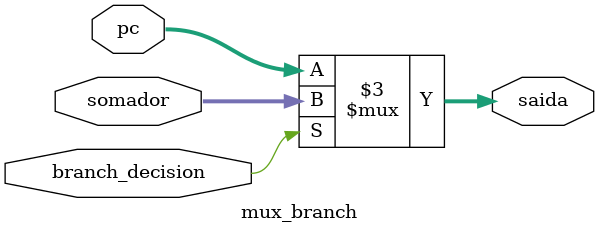
<source format=v>
module mux_branch(branch_decision, pc, somador, saida);
input [31:0] pc, somador;
input branch_decision;
output reg [31:0] saida;

always @(branch_decision)
	begin
		if(branch_decision)
			begin
				saida = somador;
			end
		else
			begin
				saida = pc;
			end
	end

endmodule

</source>
